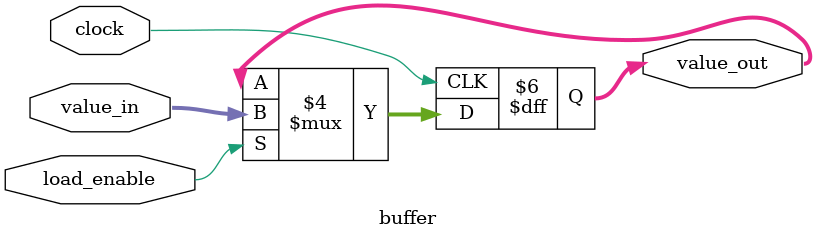
<source format=v>
`ifndef BUFFER_V
`define BUFFER_V

module buffer #(
        parameter bitwidth = 8
    ) (
        input clock,
        input load_enable,
        input [bitwidth-1:0] value_in,
        output reg [bitwidth-1:0] value_out
        );

initial value_out <= 0;

always @(posedge clock)
begin
    if (load_enable == 1)
    begin
        value_out[bitwidth-1:0] <= value_in[bitwidth-1:0];
    end
end

endmodule

`endif

</source>
